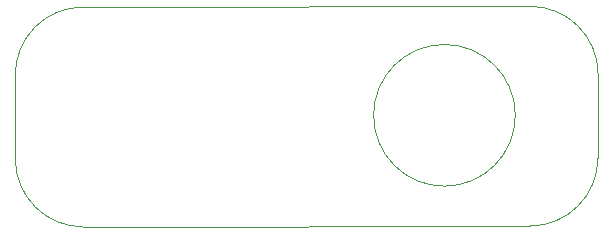
<source format=gbr>
%TF.GenerationSoftware,KiCad,Pcbnew,7.0.7*%
%TF.CreationDate,2023-10-05T12:14:25+00:00*%
%TF.ProjectId,krukki-psu,6b72756b-6b69-42d7-9073-752e6b696361,rev?*%
%TF.SameCoordinates,PX5d88178PY4f40160*%
%TF.FileFunction,Profile,NP*%
%FSLAX46Y46*%
G04 Gerber Fmt 4.6, Leading zero omitted, Abs format (unit mm)*
G04 Created by KiCad (PCBNEW 7.0.7) date 2023-10-05 12:14:25*
%MOMM*%
%LPD*%
G01*
G04 APERTURE LIST*
%TA.AperFunction,Profile*%
%ADD10C,0.100000*%
%TD*%
G04 APERTURE END LIST*
D10*
X43793272Y19050000D02*
X5940864Y18984136D01*
X5950000Y375000D02*
X43775000Y450000D01*
X190864Y13234136D02*
X200000Y6125000D01*
X49525000Y6200000D02*
X49543272Y13300000D01*
X5940864Y18984136D02*
G75*
G03*
X190864Y13234136I0J-5750000D01*
G01*
X200000Y6125000D02*
G75*
G03*
X5950000Y375000I5750000J0D01*
G01*
X43775000Y450000D02*
G75*
G03*
X49525000Y6200000I0J5750000D01*
G01*
X49543272Y13300000D02*
G75*
G03*
X43793272Y19050000I-5750000J0D01*
G01*
X42534136Y9819365D02*
G75*
G03*
X42534136Y9819365I-6000000J0D01*
G01*
M02*

</source>
